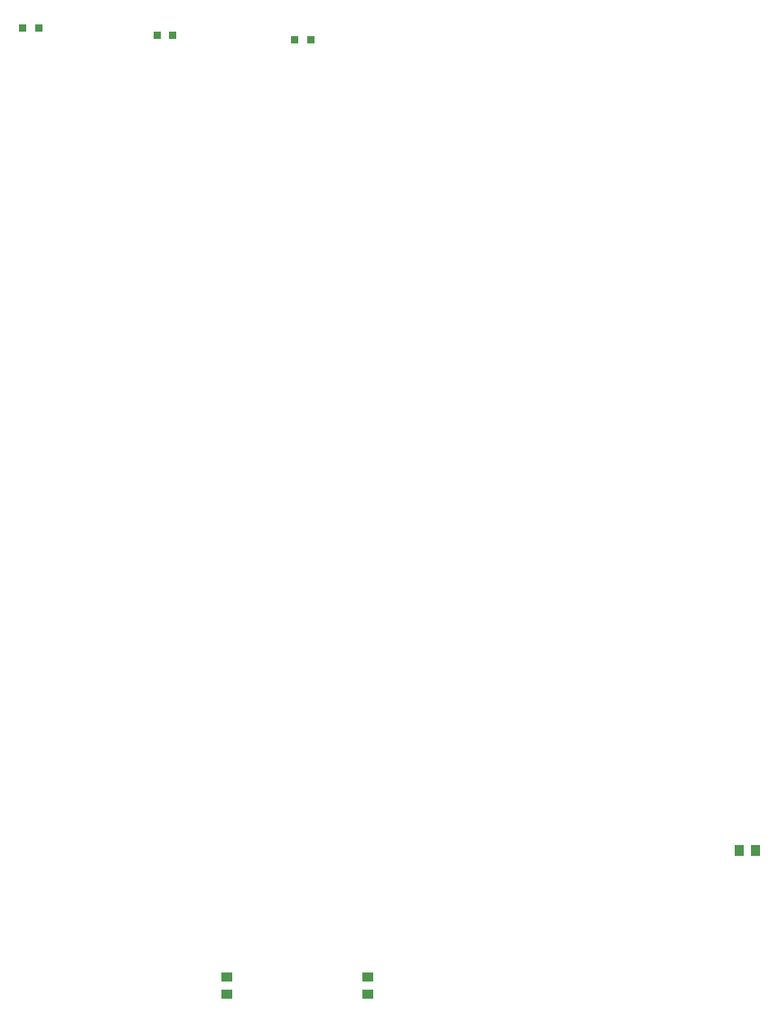
<source format=gbr>
G04 EAGLE Gerber RS-274X export*
G75*
%MOMM*%
%FSLAX34Y34*%
%LPD*%
%INSolderpaste Top*%
%IPPOS*%
%AMOC8*
5,1,8,0,0,1.08239X$1,22.5*%
G01*
%ADD10R,0.800000X0.800000*%
%ADD11R,1.031241X0.949959*%
%ADD12R,0.949959X1.031241*%


D10*
X199778Y1062228D03*
X184778Y1062228D03*
X325508Y1055624D03*
X310508Y1055624D03*
X454794Y1051306D03*
X439794Y1051306D03*
D11*
X375920Y173101D03*
X375920Y157099D03*
X508000Y173101D03*
X508000Y157099D03*
D12*
X871601Y292100D03*
X855599Y292100D03*
M02*

</source>
